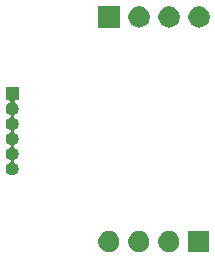
<source format=gbr>
G04 #@! TF.GenerationSoftware,KiCad,Pcbnew,5.1.5-52549c5~84~ubuntu19.04.1*
G04 #@! TF.CreationDate,2020-02-16T17:49:03+01:00*
G04 #@! TF.ProjectId,ilulissat_debug,696c756c-6973-4736-9174-5f6465627567,rev?*
G04 #@! TF.SameCoordinates,Original*
G04 #@! TF.FileFunction,Soldermask,Top*
G04 #@! TF.FilePolarity,Negative*
%FSLAX46Y46*%
G04 Gerber Fmt 4.6, Leading zero omitted, Abs format (unit mm)*
G04 Created by KiCad (PCBNEW 5.1.5-52549c5~84~ubuntu19.04.1) date 2020-02-16 17:49:03*
%MOMM*%
%LPD*%
G04 APERTURE LIST*
%ADD10C,0.100000*%
G04 APERTURE END LIST*
D10*
G36*
X160373512Y-111628927D02*
G01*
X160522812Y-111658624D01*
X160686784Y-111726544D01*
X160834354Y-111825147D01*
X160959853Y-111950646D01*
X161058456Y-112098216D01*
X161126376Y-112262188D01*
X161161000Y-112436259D01*
X161161000Y-112613741D01*
X161126376Y-112787812D01*
X161058456Y-112951784D01*
X160959853Y-113099354D01*
X160834354Y-113224853D01*
X160686784Y-113323456D01*
X160522812Y-113391376D01*
X160373512Y-113421073D01*
X160348742Y-113426000D01*
X160171258Y-113426000D01*
X160146488Y-113421073D01*
X159997188Y-113391376D01*
X159833216Y-113323456D01*
X159685646Y-113224853D01*
X159560147Y-113099354D01*
X159461544Y-112951784D01*
X159393624Y-112787812D01*
X159359000Y-112613741D01*
X159359000Y-112436259D01*
X159393624Y-112262188D01*
X159461544Y-112098216D01*
X159560147Y-111950646D01*
X159685646Y-111825147D01*
X159833216Y-111726544D01*
X159997188Y-111658624D01*
X160146488Y-111628927D01*
X160171258Y-111624000D01*
X160348742Y-111624000D01*
X160373512Y-111628927D01*
G37*
G36*
X157833512Y-111628927D02*
G01*
X157982812Y-111658624D01*
X158146784Y-111726544D01*
X158294354Y-111825147D01*
X158419853Y-111950646D01*
X158518456Y-112098216D01*
X158586376Y-112262188D01*
X158621000Y-112436259D01*
X158621000Y-112613741D01*
X158586376Y-112787812D01*
X158518456Y-112951784D01*
X158419853Y-113099354D01*
X158294354Y-113224853D01*
X158146784Y-113323456D01*
X157982812Y-113391376D01*
X157833512Y-113421073D01*
X157808742Y-113426000D01*
X157631258Y-113426000D01*
X157606488Y-113421073D01*
X157457188Y-113391376D01*
X157293216Y-113323456D01*
X157145646Y-113224853D01*
X157020147Y-113099354D01*
X156921544Y-112951784D01*
X156853624Y-112787812D01*
X156819000Y-112613741D01*
X156819000Y-112436259D01*
X156853624Y-112262188D01*
X156921544Y-112098216D01*
X157020147Y-111950646D01*
X157145646Y-111825147D01*
X157293216Y-111726544D01*
X157457188Y-111658624D01*
X157606488Y-111628927D01*
X157631258Y-111624000D01*
X157808742Y-111624000D01*
X157833512Y-111628927D01*
G37*
G36*
X155293512Y-111628927D02*
G01*
X155442812Y-111658624D01*
X155606784Y-111726544D01*
X155754354Y-111825147D01*
X155879853Y-111950646D01*
X155978456Y-112098216D01*
X156046376Y-112262188D01*
X156081000Y-112436259D01*
X156081000Y-112613741D01*
X156046376Y-112787812D01*
X155978456Y-112951784D01*
X155879853Y-113099354D01*
X155754354Y-113224853D01*
X155606784Y-113323456D01*
X155442812Y-113391376D01*
X155293512Y-113421073D01*
X155268742Y-113426000D01*
X155091258Y-113426000D01*
X155066488Y-113421073D01*
X154917188Y-113391376D01*
X154753216Y-113323456D01*
X154605646Y-113224853D01*
X154480147Y-113099354D01*
X154381544Y-112951784D01*
X154313624Y-112787812D01*
X154279000Y-112613741D01*
X154279000Y-112436259D01*
X154313624Y-112262188D01*
X154381544Y-112098216D01*
X154480147Y-111950646D01*
X154605646Y-111825147D01*
X154753216Y-111726544D01*
X154917188Y-111658624D01*
X155066488Y-111628927D01*
X155091258Y-111624000D01*
X155268742Y-111624000D01*
X155293512Y-111628927D01*
G37*
G36*
X163701000Y-113426000D02*
G01*
X161899000Y-113426000D01*
X161899000Y-111624000D01*
X163701000Y-111624000D01*
X163701000Y-113426000D01*
G37*
G36*
X147551000Y-100551000D02*
G01*
X147327782Y-100551000D01*
X147303396Y-100553402D01*
X147279947Y-100560515D01*
X147258336Y-100572066D01*
X147239394Y-100587611D01*
X147223849Y-100606553D01*
X147212298Y-100628164D01*
X147205185Y-100651613D01*
X147202783Y-100675999D01*
X147205185Y-100700385D01*
X147212298Y-100723834D01*
X147223849Y-100745445D01*
X147239394Y-100764387D01*
X147258336Y-100779932D01*
X147319816Y-100821012D01*
X147351242Y-100842010D01*
X147427990Y-100918758D01*
X147427991Y-100918760D01*
X147488291Y-101009005D01*
X147529826Y-101109279D01*
X147551000Y-101215730D01*
X147551000Y-101324270D01*
X147529826Y-101430721D01*
X147488291Y-101530995D01*
X147488290Y-101530996D01*
X147427990Y-101621242D01*
X147351242Y-101697990D01*
X147305812Y-101728345D01*
X147260995Y-101758291D01*
X147185611Y-101789516D01*
X147164000Y-101801067D01*
X147145059Y-101816612D01*
X147129513Y-101835554D01*
X147117962Y-101857165D01*
X147110849Y-101880614D01*
X147108447Y-101905000D01*
X147110849Y-101929386D01*
X147117962Y-101952835D01*
X147129513Y-101974446D01*
X147145058Y-101993387D01*
X147164000Y-102008933D01*
X147185611Y-102020484D01*
X147260995Y-102051709D01*
X147260996Y-102051710D01*
X147351242Y-102112010D01*
X147427990Y-102188758D01*
X147427991Y-102188760D01*
X147488291Y-102279005D01*
X147529826Y-102379279D01*
X147551000Y-102485730D01*
X147551000Y-102594270D01*
X147529826Y-102700721D01*
X147488291Y-102800995D01*
X147488290Y-102800996D01*
X147427990Y-102891242D01*
X147351242Y-102967990D01*
X147305812Y-102998345D01*
X147260995Y-103028291D01*
X147185611Y-103059516D01*
X147164000Y-103071067D01*
X147145059Y-103086612D01*
X147129513Y-103105554D01*
X147117962Y-103127165D01*
X147110849Y-103150614D01*
X147108447Y-103175000D01*
X147110849Y-103199386D01*
X147117962Y-103222835D01*
X147129513Y-103244446D01*
X147145058Y-103263387D01*
X147164000Y-103278933D01*
X147185611Y-103290484D01*
X147260995Y-103321709D01*
X147260996Y-103321710D01*
X147351242Y-103382010D01*
X147427990Y-103458758D01*
X147427991Y-103458760D01*
X147488291Y-103549005D01*
X147529826Y-103649279D01*
X147551000Y-103755730D01*
X147551000Y-103864270D01*
X147529826Y-103970721D01*
X147488291Y-104070995D01*
X147488290Y-104070996D01*
X147427990Y-104161242D01*
X147351242Y-104237990D01*
X147305812Y-104268345D01*
X147260995Y-104298291D01*
X147185611Y-104329516D01*
X147164000Y-104341067D01*
X147145059Y-104356612D01*
X147129513Y-104375554D01*
X147117962Y-104397165D01*
X147110849Y-104420614D01*
X147108447Y-104445000D01*
X147110849Y-104469386D01*
X147117962Y-104492835D01*
X147129513Y-104514446D01*
X147145058Y-104533387D01*
X147164000Y-104548933D01*
X147185611Y-104560484D01*
X147260995Y-104591709D01*
X147260996Y-104591710D01*
X147351242Y-104652010D01*
X147427990Y-104728758D01*
X147427991Y-104728760D01*
X147488291Y-104819005D01*
X147529826Y-104919279D01*
X147551000Y-105025730D01*
X147551000Y-105134270D01*
X147529826Y-105240721D01*
X147488291Y-105340995D01*
X147488290Y-105340996D01*
X147427990Y-105431242D01*
X147351242Y-105507990D01*
X147305812Y-105538345D01*
X147260995Y-105568291D01*
X147185611Y-105599516D01*
X147164000Y-105611067D01*
X147145059Y-105626612D01*
X147129513Y-105645554D01*
X147117962Y-105667165D01*
X147110849Y-105690614D01*
X147108447Y-105715000D01*
X147110849Y-105739386D01*
X147117962Y-105762835D01*
X147129513Y-105784446D01*
X147145058Y-105803387D01*
X147164000Y-105818933D01*
X147185611Y-105830484D01*
X147260995Y-105861709D01*
X147260996Y-105861710D01*
X147351242Y-105922010D01*
X147427990Y-105998758D01*
X147427991Y-105998760D01*
X147488291Y-106089005D01*
X147529826Y-106189279D01*
X147551000Y-106295730D01*
X147551000Y-106404270D01*
X147529826Y-106510721D01*
X147488291Y-106610995D01*
X147488290Y-106610996D01*
X147427990Y-106701242D01*
X147351242Y-106777990D01*
X147305812Y-106808345D01*
X147260995Y-106838291D01*
X147160721Y-106879826D01*
X147054270Y-106901000D01*
X146945730Y-106901000D01*
X146839279Y-106879826D01*
X146739005Y-106838291D01*
X146694188Y-106808345D01*
X146648758Y-106777990D01*
X146572010Y-106701242D01*
X146511710Y-106610996D01*
X146511709Y-106610995D01*
X146470174Y-106510721D01*
X146449000Y-106404270D01*
X146449000Y-106295730D01*
X146470174Y-106189279D01*
X146511709Y-106089005D01*
X146572009Y-105998760D01*
X146572010Y-105998758D01*
X146648758Y-105922010D01*
X146739004Y-105861710D01*
X146739005Y-105861709D01*
X146814389Y-105830484D01*
X146836000Y-105818933D01*
X146854941Y-105803388D01*
X146870487Y-105784446D01*
X146882038Y-105762835D01*
X146889151Y-105739386D01*
X146891553Y-105715000D01*
X146889151Y-105690614D01*
X146882038Y-105667165D01*
X146870487Y-105645554D01*
X146854942Y-105626613D01*
X146836000Y-105611067D01*
X146814389Y-105599516D01*
X146739005Y-105568291D01*
X146694188Y-105538345D01*
X146648758Y-105507990D01*
X146572010Y-105431242D01*
X146511710Y-105340996D01*
X146511709Y-105340995D01*
X146470174Y-105240721D01*
X146449000Y-105134270D01*
X146449000Y-105025730D01*
X146470174Y-104919279D01*
X146511709Y-104819005D01*
X146572009Y-104728760D01*
X146572010Y-104728758D01*
X146648758Y-104652010D01*
X146739004Y-104591710D01*
X146739005Y-104591709D01*
X146814389Y-104560484D01*
X146836000Y-104548933D01*
X146854941Y-104533388D01*
X146870487Y-104514446D01*
X146882038Y-104492835D01*
X146889151Y-104469386D01*
X146891553Y-104445000D01*
X146889151Y-104420614D01*
X146882038Y-104397165D01*
X146870487Y-104375554D01*
X146854942Y-104356613D01*
X146836000Y-104341067D01*
X146814389Y-104329516D01*
X146739005Y-104298291D01*
X146694188Y-104268345D01*
X146648758Y-104237990D01*
X146572010Y-104161242D01*
X146511710Y-104070996D01*
X146511709Y-104070995D01*
X146470174Y-103970721D01*
X146449000Y-103864270D01*
X146449000Y-103755730D01*
X146470174Y-103649279D01*
X146511709Y-103549005D01*
X146572009Y-103458760D01*
X146572010Y-103458758D01*
X146648758Y-103382010D01*
X146739004Y-103321710D01*
X146739005Y-103321709D01*
X146814389Y-103290484D01*
X146836000Y-103278933D01*
X146854941Y-103263388D01*
X146870487Y-103244446D01*
X146882038Y-103222835D01*
X146889151Y-103199386D01*
X146891553Y-103175000D01*
X146889151Y-103150614D01*
X146882038Y-103127165D01*
X146870487Y-103105554D01*
X146854942Y-103086613D01*
X146836000Y-103071067D01*
X146814389Y-103059516D01*
X146739005Y-103028291D01*
X146694188Y-102998345D01*
X146648758Y-102967990D01*
X146572010Y-102891242D01*
X146511710Y-102800996D01*
X146511709Y-102800995D01*
X146470174Y-102700721D01*
X146449000Y-102594270D01*
X146449000Y-102485730D01*
X146470174Y-102379279D01*
X146511709Y-102279005D01*
X146572009Y-102188760D01*
X146572010Y-102188758D01*
X146648758Y-102112010D01*
X146739004Y-102051710D01*
X146739005Y-102051709D01*
X146814389Y-102020484D01*
X146836000Y-102008933D01*
X146854941Y-101993388D01*
X146870487Y-101974446D01*
X146882038Y-101952835D01*
X146889151Y-101929386D01*
X146891553Y-101905000D01*
X146889151Y-101880614D01*
X146882038Y-101857165D01*
X146870487Y-101835554D01*
X146854942Y-101816613D01*
X146836000Y-101801067D01*
X146814389Y-101789516D01*
X146739005Y-101758291D01*
X146694188Y-101728345D01*
X146648758Y-101697990D01*
X146572010Y-101621242D01*
X146511710Y-101530996D01*
X146511709Y-101530995D01*
X146470174Y-101430721D01*
X146449000Y-101324270D01*
X146449000Y-101215730D01*
X146470174Y-101109279D01*
X146511709Y-101009005D01*
X146572009Y-100918760D01*
X146572010Y-100918758D01*
X146648758Y-100842010D01*
X146680184Y-100821012D01*
X146741664Y-100779932D01*
X146760606Y-100764386D01*
X146776151Y-100745444D01*
X146787702Y-100723833D01*
X146794815Y-100700385D01*
X146797217Y-100675998D01*
X146794815Y-100651612D01*
X146787702Y-100628163D01*
X146776151Y-100606553D01*
X146760605Y-100587611D01*
X146741663Y-100572066D01*
X146720052Y-100560515D01*
X146696604Y-100553402D01*
X146672218Y-100551000D01*
X146449000Y-100551000D01*
X146449000Y-99449000D01*
X147551000Y-99449000D01*
X147551000Y-100551000D01*
G37*
G36*
X156101000Y-94401000D02*
G01*
X154299000Y-94401000D01*
X154299000Y-92599000D01*
X156101000Y-92599000D01*
X156101000Y-94401000D01*
G37*
G36*
X157853512Y-92603927D02*
G01*
X158002812Y-92633624D01*
X158166784Y-92701544D01*
X158314354Y-92800147D01*
X158439853Y-92925646D01*
X158538456Y-93073216D01*
X158606376Y-93237188D01*
X158641000Y-93411259D01*
X158641000Y-93588741D01*
X158606376Y-93762812D01*
X158538456Y-93926784D01*
X158439853Y-94074354D01*
X158314354Y-94199853D01*
X158166784Y-94298456D01*
X158002812Y-94366376D01*
X157853512Y-94396073D01*
X157828742Y-94401000D01*
X157651258Y-94401000D01*
X157626488Y-94396073D01*
X157477188Y-94366376D01*
X157313216Y-94298456D01*
X157165646Y-94199853D01*
X157040147Y-94074354D01*
X156941544Y-93926784D01*
X156873624Y-93762812D01*
X156839000Y-93588741D01*
X156839000Y-93411259D01*
X156873624Y-93237188D01*
X156941544Y-93073216D01*
X157040147Y-92925646D01*
X157165646Y-92800147D01*
X157313216Y-92701544D01*
X157477188Y-92633624D01*
X157626488Y-92603927D01*
X157651258Y-92599000D01*
X157828742Y-92599000D01*
X157853512Y-92603927D01*
G37*
G36*
X160393512Y-92603927D02*
G01*
X160542812Y-92633624D01*
X160706784Y-92701544D01*
X160854354Y-92800147D01*
X160979853Y-92925646D01*
X161078456Y-93073216D01*
X161146376Y-93237188D01*
X161181000Y-93411259D01*
X161181000Y-93588741D01*
X161146376Y-93762812D01*
X161078456Y-93926784D01*
X160979853Y-94074354D01*
X160854354Y-94199853D01*
X160706784Y-94298456D01*
X160542812Y-94366376D01*
X160393512Y-94396073D01*
X160368742Y-94401000D01*
X160191258Y-94401000D01*
X160166488Y-94396073D01*
X160017188Y-94366376D01*
X159853216Y-94298456D01*
X159705646Y-94199853D01*
X159580147Y-94074354D01*
X159481544Y-93926784D01*
X159413624Y-93762812D01*
X159379000Y-93588741D01*
X159379000Y-93411259D01*
X159413624Y-93237188D01*
X159481544Y-93073216D01*
X159580147Y-92925646D01*
X159705646Y-92800147D01*
X159853216Y-92701544D01*
X160017188Y-92633624D01*
X160166488Y-92603927D01*
X160191258Y-92599000D01*
X160368742Y-92599000D01*
X160393512Y-92603927D01*
G37*
G36*
X162933512Y-92603927D02*
G01*
X163082812Y-92633624D01*
X163246784Y-92701544D01*
X163394354Y-92800147D01*
X163519853Y-92925646D01*
X163618456Y-93073216D01*
X163686376Y-93237188D01*
X163721000Y-93411259D01*
X163721000Y-93588741D01*
X163686376Y-93762812D01*
X163618456Y-93926784D01*
X163519853Y-94074354D01*
X163394354Y-94199853D01*
X163246784Y-94298456D01*
X163082812Y-94366376D01*
X162933512Y-94396073D01*
X162908742Y-94401000D01*
X162731258Y-94401000D01*
X162706488Y-94396073D01*
X162557188Y-94366376D01*
X162393216Y-94298456D01*
X162245646Y-94199853D01*
X162120147Y-94074354D01*
X162021544Y-93926784D01*
X161953624Y-93762812D01*
X161919000Y-93588741D01*
X161919000Y-93411259D01*
X161953624Y-93237188D01*
X162021544Y-93073216D01*
X162120147Y-92925646D01*
X162245646Y-92800147D01*
X162393216Y-92701544D01*
X162557188Y-92633624D01*
X162706488Y-92603927D01*
X162731258Y-92599000D01*
X162908742Y-92599000D01*
X162933512Y-92603927D01*
G37*
M02*

</source>
